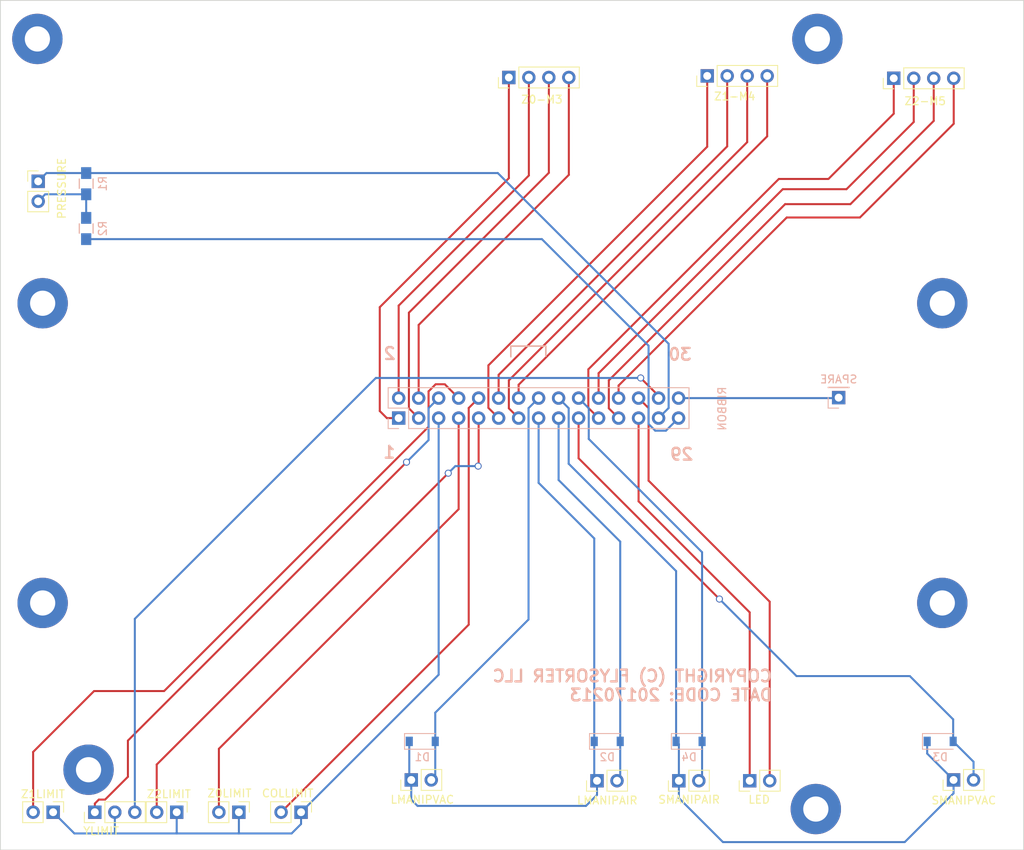
<source format=kicad_pcb>
(kicad_pcb (version 4) (host pcbnew "(2015-01-16 BZR 5376)-product")
  (layers (0 F.Cu signal) (31 B.Cu signal) (34 B.Paste user) (35 F.Paste user) (36 B.SilkS user) (37 F.SilkS user) (38 B.Mask user) (39 F.Mask user) (44 Edge.Cuts user))
  (net 0 "")
  (net 1 /SwitchGrounds)
  (net 2 /YLimit)
  (net 3 /Z0Stepper0)
  (net 4 /Z0Stepper1)
  (net 5 /Z0Stepper2)
  (net 6 /Z0Stepper3)
  (net 7 /LManipGrounds)
  (net 8 /LManipVac)
  (net 9 /Z0Limit)
  (net 10 /Z1Limit)
  (net 11 /Z2Limit)
  (net 12 /CollisionLimit)
  (net 13 /Z1Stepper0)
  (net 14 /Z1Stepper1)
  (net 15 /Z1Stepper2)
  (net 16 /Z1Stepper3)
  (net 17 /LManipAir)
  (net 18 /SManipGrounds)
  (net 19 /SManipVac)
  (net 20 /SManipAir)
  (net 21 /Z2Stepper0)
  (net 22 /Z2Stepper1)
  (net 23 /Z2Stepper2)
  (net 24 /Z2Stepper3)
  (net 25 /LEDGND)
  (net 26 /LEDVCC)
  (net 27 /PressureGND)
  (net 28 /PressureVCC)
  (net 29 /PressureSignal)
  (net 30 "Net-(P14-Pad1)")
  (net 31 "Net-(P17-Pad1)")
  (net 32 "Net-(P18-Pad1)")
  (net 33 "Net-(P19-Pad1)")
  (net 34 "Net-(P20-Pad1)")
  (net 35 "Net-(P11-Pad2)")
  (net 36 "Net-(P21-Pad1)")
  (net 37 "Net-(P22-Pad1)")
  (net 38 "Net-(P23-Pad1)")
  (net 39 "Net-(P24-Pad1)")
  (module Socket_Strips:Socket_Strip_Straight_1x03_Pitch2.54mm (layer F.Cu) (at 46 128.2 90)
    (fp_text reference P1 hide)
    (fp_text value YLIMIT (at -2.4 0.8 180) (layer F.SilkS))
    (fp_line (start -1.33 1.27) (end -1.33 6.41) (layer F.SilkS) (width 0.12))
    (fp_line (start -1.33 6.41) (end 1.33 6.41) (layer F.SilkS) (width 0.12))
    (fp_line (start 1.33 6.41) (end 1.33 1.27) (layer F.SilkS) (width 0.12))
    (fp_line (start 1.33 1.27) (end -1.33 1.27) (layer F.SilkS) (width 0.12))
    (fp_line (start -1.33 0) (end -1.33 -1.33) (layer F.SilkS) (width 0.12))
    (fp_line (start -1.33 -1.33) (end 0 -1.33) (layer F.SilkS) (width 0.12))
    (pad 1 thru_hole rect (at 0 0 90) (size 1.7 1.7) (drill 1) (layers *.Cu *.Mask) (net 2 /YLimit))
    (pad 2 thru_hole oval (at 0 2.54 90) (size 1.7 1.7) (drill 1) (layers *.Cu *.Mask) (net 1 /SwitchGrounds))
    (pad 3 thru_hole oval (at 0 5.08 90) (size 1.7 1.7) (drill 1) (layers *.Cu *.Mask) (net 28 /PressureVCC))
  )
  (module Socket_Strips:Socket_Strip_Straight_1x04_Pitch2.54mm (layer F.Cu) (at 98.6 34.8 90)
    (fp_text reference P2 hide)
    (fp_text value Z0-M3 (at -2.8 4.2 180) (layer F.SilkS))
    (fp_line (start -1.33 1.27) (end -1.33 8.95) (layer F.SilkS) (width 0.12))
    (fp_line (start -1.33 8.95) (end 1.33 8.95) (layer F.SilkS) (width 0.12))
    (fp_line (start 1.33 8.95) (end 1.33 1.27) (layer F.SilkS) (width 0.12))
    (fp_line (start 1.33 1.27) (end -1.33 1.27) (layer F.SilkS) (width 0.12))
    (fp_line (start -1.33 0) (end -1.33 -1.33) (layer F.SilkS) (width 0.12))
    (fp_line (start -1.33 -1.33) (end 0 -1.33) (layer F.SilkS) (width 0.12))
    (pad 1 thru_hole rect (at 0 0 90) (size 1.7 1.7) (drill 1) (layers *.Cu *.Mask) (net 3 /Z0Stepper0))
    (pad 2 thru_hole oval (at 0 2.54 90) (size 1.7 1.7) (drill 1) (layers *.Cu *.Mask) (net 4 /Z0Stepper1))
    (pad 3 thru_hole oval (at 0 5.08 90) (size 1.7 1.7) (drill 1) (layers *.Cu *.Mask) (net 5 /Z0Stepper2))
    (pad 4 thru_hole oval (at 0 7.62 90) (size 1.7 1.7) (drill 1) (layers *.Cu *.Mask) (net 6 /Z0Stepper3))
  )
  (module Socket_Strips:Socket_Strip_Straight_1x02_Pitch2.54mm (layer F.Cu) (at 86.2 124.1 90)
    (fp_text reference P3 hide)
    (fp_text value LMANIPVAC (at -2.5 1.4 180) (layer F.SilkS))
    (fp_line (start -1.33 1.27) (end -1.33 3.87) (layer F.SilkS) (width 0.12))
    (fp_line (start -1.33 3.87) (end 1.33 3.87) (layer F.SilkS) (width 0.12))
    (fp_line (start 1.33 3.87) (end 1.33 1.27) (layer F.SilkS) (width 0.12))
    (fp_line (start 1.33 1.27) (end -1.33 1.27) (layer F.SilkS) (width 0.12))
    (fp_line (start -1.33 0) (end -1.33 -1.33) (layer F.SilkS) (width 0.12))
    (fp_line (start -1.33 -1.33) (end 0 -1.33) (layer F.SilkS) (width 0.12))
    (pad 1 thru_hole rect (at 0 0 90) (size 1.7 1.7) (drill 1) (layers *.Cu *.Mask) (net 7 /LManipGrounds))
    (pad 2 thru_hole oval (at 0 2.54 90) (size 1.7 1.7) (drill 1) (layers *.Cu *.Mask) (net 8 /LManipVac))
  )
  (module Socket_Strips:Socket_Strip_Straight_1x02_Pitch2.54mm (layer F.Cu) (at 64.3 128.2 270)
    (fp_text reference P4 hide)
    (fp_text value Z0LIMIT (at -2.4 1.2 360) (layer F.SilkS))
    (fp_line (start -1.33 1.27) (end -1.33 3.87) (layer F.SilkS) (width 0.12))
    (fp_line (start -1.33 3.87) (end 1.33 3.87) (layer F.SilkS) (width 0.12))
    (fp_line (start 1.33 3.87) (end 1.33 1.27) (layer F.SilkS) (width 0.12))
    (fp_line (start 1.33 1.27) (end -1.33 1.27) (layer F.SilkS) (width 0.12))
    (fp_line (start -1.33 0) (end -1.33 -1.33) (layer F.SilkS) (width 0.12))
    (fp_line (start -1.33 -1.33) (end 0 -1.33) (layer F.SilkS) (width 0.12))
    (pad 1 thru_hole rect (at 0 0 270) (size 1.7 1.7) (drill 1) (layers *.Cu *.Mask) (net 1 /SwitchGrounds))
    (pad 2 thru_hole oval (at 0 2.54 270) (size 1.7 1.7) (drill 1) (layers *.Cu *.Mask) (net 9 /Z0Limit))
  )
  (module Socket_Strips:Socket_Strip_Straight_2x15_Pitch2.54mm (layer B.Cu) (at 84.6 78.1 270)
    (fp_text reference P5 hide)
    (fp_text value RIBBON (at -1.2 -41.1 270) (layer B.SilkS) (effects (justify mirror)))
    (fp_line (start 1.33 -1.27) (end 1.33 -36.89) (layer B.SilkS) (width 0.12))
    (fp_line (start 1.33 -36.89) (end -3.87 -36.89) (layer B.SilkS) (width 0.12))
    (fp_line (start -3.87 -36.89) (end -3.87 1.33) (layer B.SilkS) (width 0.12))
    (fp_line (start -3.87 1.33) (end -1.27 1.33) (layer B.SilkS) (width 0.12))
    (fp_line (start -1.27 1.33) (end -1.27 -1.27) (layer B.SilkS) (width 0.12))
    (fp_line (start -1.27 -1.27) (end 1.33 -1.27) (layer B.SilkS) (width 0.12))
    (fp_line (start 1.33 0) (end 1.33 1.33) (layer B.SilkS) (width 0.12))
    (fp_line (start 1.33 1.33) (end 0.06 1.33) (layer B.SilkS) (width 0.12))
    (pad 1 thru_hole rect (at 0 0 270) (size 1.7 1.7) (drill 1) (layers *.Cu *.Mask) (net 3 /Z0Stepper0))
    (pad 2 thru_hole oval (at -2.54 0 270) (size 1.7 1.7) (drill 1) (layers *.Cu *.Mask) (net 4 /Z0Stepper1))
    (pad 3 thru_hole oval (at 0 -2.54 270) (size 1.7 1.7) (drill 1) (layers *.Cu *.Mask) (net 5 /Z0Stepper2))
    (pad 4 thru_hole oval (at -2.54 -2.54 270) (size 1.7 1.7) (drill 1) (layers *.Cu *.Mask) (net 6 /Z0Stepper3))
    (pad 5 thru_hole oval (at 0 -5.08 270) (size 1.7 1.7) (drill 1) (layers *.Cu *.Mask) (net 1 /SwitchGrounds))
    (pad 6 thru_hole oval (at -2.54 -5.08 270) (size 1.7 1.7) (drill 1) (layers *.Cu *.Mask) (net 2 /YLimit))
    (pad 7 thru_hole oval (at 0 -7.62 270) (size 1.7 1.7) (drill 1) (layers *.Cu *.Mask) (net 9 /Z0Limit))
    (pad 8 thru_hole oval (at -2.54 -7.62 270) (size 1.7 1.7) (drill 1) (layers *.Cu *.Mask) (net 10 /Z1Limit))
    (pad 9 thru_hole oval (at 0 -10.16 270) (size 1.7 1.7) (drill 1) (layers *.Cu *.Mask) (net 11 /Z2Limit))
    (pad 10 thru_hole oval (at -2.54 -10.16 270) (size 1.7 1.7) (drill 1) (layers *.Cu *.Mask) (net 12 /CollisionLimit))
    (pad 11 thru_hole oval (at 0 -12.7 270) (size 1.7 1.7) (drill 1) (layers *.Cu *.Mask) (net 13 /Z1Stepper0))
    (pad 12 thru_hole oval (at -2.54 -12.7 270) (size 1.7 1.7) (drill 1) (layers *.Cu *.Mask) (net 14 /Z1Stepper1))
    (pad 13 thru_hole oval (at 0 -15.24 270) (size 1.7 1.7) (drill 1) (layers *.Cu *.Mask) (net 15 /Z1Stepper2))
    (pad 14 thru_hole oval (at -2.54 -15.24 270) (size 1.7 1.7) (drill 1) (layers *.Cu *.Mask) (net 16 /Z1Stepper3))
    (pad 15 thru_hole oval (at 0 -17.78 270) (size 1.7 1.7) (drill 1) (layers *.Cu *.Mask) (net 7 /LManipGrounds))
    (pad 16 thru_hole oval (at -2.54 -17.78 270) (size 1.7 1.7) (drill 1) (layers *.Cu *.Mask) (net 8 /LManipVac))
    (pad 17 thru_hole oval (at 0 -20.32 270) (size 1.7 1.7) (drill 1) (layers *.Cu *.Mask) (net 17 /LManipAir))
    (pad 18 thru_hole oval (at -2.54 -20.32 270) (size 1.7 1.7) (drill 1) (layers *.Cu *.Mask) (net 18 /SManipGrounds))
    (pad 19 thru_hole oval (at 0 -22.86 270) (size 1.7 1.7) (drill 1) (layers *.Cu *.Mask) (net 19 /SManipVac))
    (pad 20 thru_hole oval (at -2.54 -22.86 270) (size 1.7 1.7) (drill 1) (layers *.Cu *.Mask) (net 20 /SManipAir))
    (pad 21 thru_hole oval (at 0 -25.4 270) (size 1.7 1.7) (drill 1) (layers *.Cu *.Mask) (net 21 /Z2Stepper0))
    (pad 22 thru_hole oval (at -2.54 -25.4 270) (size 1.7 1.7) (drill 1) (layers *.Cu *.Mask) (net 22 /Z2Stepper1))
    (pad 23 thru_hole oval (at 0 -27.94 270) (size 1.7 1.7) (drill 1) (layers *.Cu *.Mask) (net 23 /Z2Stepper2))
    (pad 24 thru_hole oval (at -2.54 -27.94 270) (size 1.7 1.7) (drill 1) (layers *.Cu *.Mask) (net 24 /Z2Stepper3))
    (pad 25 thru_hole oval (at 0 -30.48 270) (size 1.7 1.7) (drill 1) (layers *.Cu *.Mask) (net 25 /LEDGND))
    (pad 26 thru_hole oval (at -2.54 -30.48 270) (size 1.7 1.7) (drill 1) (layers *.Cu *.Mask) (net 26 /LEDVCC))
    (pad 27 thru_hole oval (at 0 -33.02 270) (size 1.7 1.7) (drill 1) (layers *.Cu *.Mask) (net 27 /PressureGND))
    (pad 28 thru_hole oval (at -2.54 -33.02 270) (size 1.7 1.7) (drill 1) (layers *.Cu *.Mask) (net 28 /PressureVCC))
    (pad 29 thru_hole oval (at 0 -35.56 270) (size 1.7 1.7) (drill 1) (layers *.Cu *.Mask) (net 29 /PressureSignal))
    (pad 30 thru_hole oval (at -2.54 -35.56 270) (size 1.7 1.7) (drill 1) (layers *.Cu *.Mask) (net 30 "Net-(P14-Pad1)"))
  )
  (module Socket_Strips:Socket_Strip_Straight_1x04_Pitch2.54mm (layer F.Cu) (at 123.8 34.6 90)
    (fp_text reference P6 hide)
    (fp_text value Z1-M4 (at -2.6 3.5 180) (layer F.SilkS))
    (fp_line (start -1.33 1.27) (end -1.33 8.95) (layer F.SilkS) (width 0.12))
    (fp_line (start -1.33 8.95) (end 1.33 8.95) (layer F.SilkS) (width 0.12))
    (fp_line (start 1.33 8.95) (end 1.33 1.27) (layer F.SilkS) (width 0.12))
    (fp_line (start 1.33 1.27) (end -1.33 1.27) (layer F.SilkS) (width 0.12))
    (fp_line (start -1.33 0) (end -1.33 -1.33) (layer F.SilkS) (width 0.12))
    (fp_line (start -1.33 -1.33) (end 0 -1.33) (layer F.SilkS) (width 0.12))
    (pad 1 thru_hole rect (at 0 0 90) (size 1.7 1.7) (drill 1) (layers *.Cu *.Mask) (net 13 /Z1Stepper0))
    (pad 2 thru_hole oval (at 0 2.54 90) (size 1.7 1.7) (drill 1) (layers *.Cu *.Mask) (net 14 /Z1Stepper1))
    (pad 3 thru_hole oval (at 0 5.08 90) (size 1.7 1.7) (drill 1) (layers *.Cu *.Mask) (net 15 /Z1Stepper2))
    (pad 4 thru_hole oval (at 0 7.62 90) (size 1.7 1.7) (drill 1) (layers *.Cu *.Mask) (net 16 /Z1Stepper3))
  )
  (module Socket_Strips:Socket_Strip_Straight_1x02_Pitch2.54mm (layer F.Cu) (at 129.2 124.2 90)
    (fp_text reference P7 hide)
    (fp_text value LED (at -2.4 1.2 180) (layer F.SilkS))
    (fp_line (start -1.33 1.27) (end -1.33 3.87) (layer F.SilkS) (width 0.12))
    (fp_line (start -1.33 3.87) (end 1.33 3.87) (layer F.SilkS) (width 0.12))
    (fp_line (start 1.33 3.87) (end 1.33 1.27) (layer F.SilkS) (width 0.12))
    (fp_line (start 1.33 1.27) (end -1.33 1.27) (layer F.SilkS) (width 0.12))
    (fp_line (start -1.33 0) (end -1.33 -1.33) (layer F.SilkS) (width 0.12))
    (fp_line (start -1.33 -1.33) (end 0 -1.33) (layer F.SilkS) (width 0.12))
    (pad 1 thru_hole rect (at 0 0 90) (size 1.7 1.7) (drill 1) (layers *.Cu *.Mask) (net 25 /LEDGND))
    (pad 2 thru_hole oval (at 0 2.54 90) (size 1.7 1.7) (drill 1) (layers *.Cu *.Mask) (net 26 /LEDVCC))
  )
  (module Socket_Strips:Socket_Strip_Straight_1x02_Pitch2.54mm (layer F.Cu) (at 109.8 124.2 90)
    (fp_text reference P8 hide)
    (fp_text value LMANIPAIR (at -2.5 1.3 180) (layer F.SilkS))
    (fp_line (start -1.33 1.27) (end -1.33 3.87) (layer F.SilkS) (width 0.12))
    (fp_line (start -1.33 3.87) (end 1.33 3.87) (layer F.SilkS) (width 0.12))
    (fp_line (start 1.33 3.87) (end 1.33 1.27) (layer F.SilkS) (width 0.12))
    (fp_line (start 1.33 1.27) (end -1.33 1.27) (layer F.SilkS) (width 0.12))
    (fp_line (start -1.33 0) (end -1.33 -1.33) (layer F.SilkS) (width 0.12))
    (fp_line (start -1.33 -1.33) (end 0 -1.33) (layer F.SilkS) (width 0.12))
    (pad 1 thru_hole rect (at 0 0 90) (size 1.7 1.7) (drill 1) (layers *.Cu *.Mask) (net 7 /LManipGrounds))
    (pad 2 thru_hole oval (at 0 2.54 90) (size 1.7 1.7) (drill 1) (layers *.Cu *.Mask) (net 17 /LManipAir))
  )
  (module Socket_Strips:Socket_Strip_Straight_1x02_Pitch2.54mm (layer F.Cu) (at 40.7 128.2 270)
    (fp_text reference P9 hide)
    (fp_text value Z1LIMIT (at -2.3 1.3 360) (layer F.SilkS))
    (fp_line (start -1.33 1.27) (end -1.33 3.87) (layer F.SilkS) (width 0.12))
    (fp_line (start -1.33 3.87) (end 1.33 3.87) (layer F.SilkS) (width 0.12))
    (fp_line (start 1.33 3.87) (end 1.33 1.27) (layer F.SilkS) (width 0.12))
    (fp_line (start 1.33 1.27) (end -1.33 1.27) (layer F.SilkS) (width 0.12))
    (fp_line (start -1.33 0) (end -1.33 -1.33) (layer F.SilkS) (width 0.12))
    (fp_line (start -1.33 -1.33) (end 0 -1.33) (layer F.SilkS) (width 0.12))
    (pad 1 thru_hole rect (at 0 0 270) (size 1.7 1.7) (drill 1) (layers *.Cu *.Mask) (net 1 /SwitchGrounds))
    (pad 2 thru_hole oval (at 0 2.54 270) (size 1.7 1.7) (drill 1) (layers *.Cu *.Mask) (net 10 /Z1Limit))
  )
  (module Socket_Strips:Socket_Strip_Straight_1x02_Pitch2.54mm (layer F.Cu) (at 155.1 124.1 90)
    (fp_text reference P10 hide)
    (fp_text value SMANIPVAC (at -2.6 1.3 180) (layer F.SilkS))
    (fp_line (start -1.33 1.27) (end -1.33 3.87) (layer F.SilkS) (width 0.12))
    (fp_line (start -1.33 3.87) (end 1.33 3.87) (layer F.SilkS) (width 0.12))
    (fp_line (start 1.33 3.87) (end 1.33 1.27) (layer F.SilkS) (width 0.12))
    (fp_line (start 1.33 1.27) (end -1.33 1.27) (layer F.SilkS) (width 0.12))
    (fp_line (start -1.33 0) (end -1.33 -1.33) (layer F.SilkS) (width 0.12))
    (fp_line (start -1.33 -1.33) (end 0 -1.33) (layer F.SilkS) (width 0.12))
    (pad 1 thru_hole rect (at 0 0 90) (size 1.7 1.7) (drill 1) (layers *.Cu *.Mask) (net 18 /SManipGrounds))
    (pad 2 thru_hole oval (at 0 2.54 90) (size 1.7 1.7) (drill 1) (layers *.Cu *.Mask) (net 19 /SManipVac))
  )
  (module Socket_Strips:Socket_Strip_Straight_1x02_Pitch2.54mm (layer F.Cu) (at 38.8 48)
    (fp_text reference P11 hide)
    (fp_text value PRESSURE (at 3 0.9 90) (layer F.SilkS))
    (fp_line (start -1.33 1.27) (end -1.33 3.87) (layer F.SilkS) (width 0.12))
    (fp_line (start -1.33 3.87) (end 1.33 3.87) (layer F.SilkS) (width 0.12))
    (fp_line (start 1.33 3.87) (end 1.33 1.27) (layer F.SilkS) (width 0.12))
    (fp_line (start 1.33 1.27) (end -1.33 1.27) (layer F.SilkS) (width 0.12))
    (fp_line (start -1.33 0) (end -1.33 -1.33) (layer F.SilkS) (width 0.12))
    (fp_line (start -1.33 -1.33) (end 0 -1.33) (layer F.SilkS) (width 0.12))
    (pad 1 thru_hole rect (at 0 0) (size 1.7 1.7) (drill 1) (layers *.Cu *.Mask) (net 27 /PressureGND))
    (pad 2 thru_hole oval (at 0 2.54) (size 1.7 1.7) (drill 1) (layers *.Cu *.Mask) (net 35 "Net-(P11-Pad2)"))
  )
  (module Socket_Strips:Socket_Strip_Straight_1x04_Pitch2.54mm (layer F.Cu) (at 147.5 34.9 90)
    (fp_text reference P12 hide)
    (fp_text value Z2-M5 (at -2.9 4 180) (layer F.SilkS))
    (fp_line (start -1.33 1.27) (end -1.33 8.95) (layer F.SilkS) (width 0.12))
    (fp_line (start -1.33 8.95) (end 1.33 8.95) (layer F.SilkS) (width 0.12))
    (fp_line (start 1.33 8.95) (end 1.33 1.27) (layer F.SilkS) (width 0.12))
    (fp_line (start 1.33 1.27) (end -1.33 1.27) (layer F.SilkS) (width 0.12))
    (fp_line (start -1.33 0) (end -1.33 -1.33) (layer F.SilkS) (width 0.12))
    (fp_line (start -1.33 -1.33) (end 0 -1.33) (layer F.SilkS) (width 0.12))
    (pad 1 thru_hole rect (at 0 0 90) (size 1.7 1.7) (drill 1) (layers *.Cu *.Mask) (net 21 /Z2Stepper0))
    (pad 2 thru_hole oval (at 0 2.54 90) (size 1.7 1.7) (drill 1) (layers *.Cu *.Mask) (net 22 /Z2Stepper1))
    (pad 3 thru_hole oval (at 0 5.08 90) (size 1.7 1.7) (drill 1) (layers *.Cu *.Mask) (net 23 /Z2Stepper2))
    (pad 4 thru_hole oval (at 0 7.62 90) (size 1.7 1.7) (drill 1) (layers *.Cu *.Mask) (net 24 /Z2Stepper3))
  )
  (module Socket_Strips:Socket_Strip_Straight_1x02_Pitch2.54mm (layer F.Cu) (at 56.4 128.2 270)
    (fp_text reference P13 hide)
    (fp_text value Z2LIMIT (at -2.3 1 360) (layer F.SilkS))
    (fp_line (start -1.33 1.27) (end -1.33 3.87) (layer F.SilkS) (width 0.12))
    (fp_line (start -1.33 3.87) (end 1.33 3.87) (layer F.SilkS) (width 0.12))
    (fp_line (start 1.33 3.87) (end 1.33 1.27) (layer F.SilkS) (width 0.12))
    (fp_line (start 1.33 1.27) (end -1.33 1.27) (layer F.SilkS) (width 0.12))
    (fp_line (start -1.33 0) (end -1.33 -1.33) (layer F.SilkS) (width 0.12))
    (fp_line (start -1.33 -1.33) (end 0 -1.33) (layer F.SilkS) (width 0.12))
    (pad 1 thru_hole rect (at 0 0 270) (size 1.7 1.7) (drill 1) (layers *.Cu *.Mask) (net 1 /SwitchGrounds))
    (pad 2 thru_hole oval (at 0 2.54 270) (size 1.7 1.7) (drill 1) (layers *.Cu *.Mask) (net 11 /Z2Limit))
  )
  (module Socket_Strips:Socket_Strip_Straight_1x01_Pitch2.54mm (layer B.Cu) (at 140.5 75.5)
    (fp_text reference P14 hide)
    (fp_text value SPARE (at 0 -2.33) (layer B.SilkS) (effects (justify mirror)))
    (fp_line (start -1.33 -1.27) (end -1.33 -1.33) (layer B.SilkS) (width 0.12))
    (fp_line (start -1.33 -1.33) (end 1.33 -1.33) (layer B.SilkS) (width 0.12))
    (fp_line (start 1.33 -1.33) (end 1.33 -1.27) (layer B.SilkS) (width 0.12))
    (fp_line (start 1.33 -1.27) (end -1.33 -1.27) (layer B.SilkS) (width 0.12))
    (fp_line (start -1.33 0) (end -1.33 1.33) (layer B.SilkS) (width 0.12))
    (fp_line (start -1.33 1.33) (end 0 1.33) (layer B.SilkS) (width 0.12))
    (pad 1 thru_hole rect (at 0 0) (size 1.7 1.7) (drill 1) (layers *.Cu *.Mask) (net 30 "Net-(P14-Pad1)"))
  )
  (module Socket_Strips:Socket_Strip_Straight_1x02_Pitch2.54mm (layer F.Cu) (at 120.2 124.2 90)
    (fp_text reference P15 hide)
    (fp_text value SMANIPAIR (at -2.4 1.3 180) (layer F.SilkS))
    (fp_line (start -1.33 1.27) (end -1.33 3.87) (layer F.SilkS) (width 0.12))
    (fp_line (start -1.33 3.87) (end 1.33 3.87) (layer F.SilkS) (width 0.12))
    (fp_line (start 1.33 3.87) (end 1.33 1.27) (layer F.SilkS) (width 0.12))
    (fp_line (start 1.33 1.27) (end -1.33 1.27) (layer F.SilkS) (width 0.12))
    (fp_line (start -1.33 0) (end -1.33 -1.33) (layer F.SilkS) (width 0.12))
    (fp_line (start -1.33 -1.33) (end 0 -1.33) (layer F.SilkS) (width 0.12))
    (pad 1 thru_hole rect (at 0 0 90) (size 1.7 1.7) (drill 1) (layers *.Cu *.Mask) (net 18 /SManipGrounds))
    (pad 2 thru_hole oval (at 0 2.54 90) (size 1.7 1.7) (drill 1) (layers *.Cu *.Mask) (net 20 /SManipAir))
  )
  (module Socket_Strips:Socket_Strip_Straight_1x02_Pitch2.54mm (layer F.Cu) (at 72.2 128.2 270)
    (fp_text reference P16 hide)
    (fp_text value COLLIMIT (at -2.4 1.7 360) (layer F.SilkS))
    (fp_line (start -1.33 1.27) (end -1.33 3.87) (layer F.SilkS) (width 0.12))
    (fp_line (start -1.33 3.87) (end 1.33 3.87) (layer F.SilkS) (width 0.12))
    (fp_line (start 1.33 3.87) (end 1.33 1.27) (layer F.SilkS) (width 0.12))
    (fp_line (start 1.33 1.27) (end -1.33 1.27) (layer F.SilkS) (width 0.12))
    (fp_line (start -1.33 0) (end -1.33 -1.33) (layer F.SilkS) (width 0.12))
    (fp_line (start -1.33 -1.33) (end 0 -1.33) (layer F.SilkS) (width 0.12))
    (pad 1 thru_hole rect (at 0 0 270) (size 1.7 1.7) (drill 1) (layers *.Cu *.Mask) (net 1 /SwitchGrounds))
    (pad 2 thru_hole oval (at 0 2.54 270) (size 1.7 1.7) (drill 1) (layers *.Cu *.Mask) (net 12 /CollisionLimit))
  )
  (module Mounting_Holes:MountingHole_3.2mm_M3_Pad (layer F.Cu) (at 38.7 29.9)
    (fp_text reference P17 hide)
    (fp_text value MOUNT hide)
    (pad 1 thru_hole circle (at 0 0) (size 6.4 6.4) (drill 3.2) (layers *.Cu *.Mask) (net 31 "Net-(P17-Pad1)"))
  )
  (module Mounting_Holes:MountingHole_3.2mm_M3_Pad (layer F.Cu) (at 137.8 29.9)
    (fp_text reference P18 hide)
    (fp_text value MOUNT hide)
    (pad 1 thru_hole circle (at 0 0) (size 6.4 6.4) (drill 3.2) (layers *.Cu *.Mask) (net 32 "Net-(P18-Pad1)"))
  )
  (module Mounting_Holes:MountingHole_3.2mm_M3_Pad (layer F.Cu) (at 45.2 122.8)
    (fp_text reference P19 hide)
    (fp_text value MOUNT hide)
    (pad 1 thru_hole circle (at 0 0) (size 6.4 6.4) (drill 3.2) (layers *.Cu *.Mask) (net 33 "Net-(P19-Pad1)"))
  )
  (module Mounting_Holes:MountingHole_3.2mm_M3_Pad (layer F.Cu) (at 137.6 127.8)
    (fp_text reference P20 hide)
    (fp_text value MOUNT hide)
    (pad 1 thru_hole circle (at 0 0) (size 6.4 6.4) (drill 3.2) (layers *.Cu *.Mask) (net 34 "Net-(P20-Pad1)"))
  )
  (module Resistors_SMD:R_0805_HandSoldering (layer B.Cu) (at 44.9 48.3 90)
    (fp_text reference R1 (at 0 2.1 90) (layer B.SilkS) (effects (justify mirror)))
    (fp_text value R hide)
    (fp_line (start 0.6 -0.875) (end -0.6 -0.875) (layer B.SilkS) (width 0.15))
    (fp_line (start -0.6 0.875) (end 0.6 0.875) (layer B.SilkS) (width 0.15))
    (pad 1 smd rect (at -1.35 0 90) (size 1.5 1.3) (layers B.Cu B.Paste B.Mask) (net 35 "Net-(P11-Pad2)"))
    (pad 2 smd rect (at 1.35 0 90) (size 1.5 1.3) (layers B.Cu B.Paste B.Mask) (net 27 /PressureGND))
  )
  (module Resistors_SMD:R_0805_HandSoldering (layer B.Cu) (at 44.9 54 90)
    (fp_text reference R2 (at 0 2.1 90) (layer B.SilkS) (effects (justify mirror)))
    (fp_text value R hide)
    (fp_line (start 0.6 -0.875) (end -0.6 -0.875) (layer B.SilkS) (width 0.15))
    (fp_line (start -0.6 0.875) (end 0.6 0.875) (layer B.SilkS) (width 0.15))
    (pad 1 smd rect (at -1.35 0 90) (size 1.5 1.3) (layers B.Cu B.Paste B.Mask) (net 29 /PressureSignal))
    (pad 2 smd rect (at 1.35 0 90) (size 1.5 1.3) (layers B.Cu B.Paste B.Mask) (net 35 "Net-(P11-Pad2)"))
  )
  (module Diodes_SMD:D_SOD-123 (layer B.Cu) (at 87.6 119.2)
    (fp_text reference D1 (at 0 2) (layer B.SilkS) (effects (justify mirror)))
    (fp_text value DIODE hide)
    (fp_line (start -2.25 1) (end -2.25 -1) (layer B.SilkS) (width 0.12))
    (fp_line (start -2.25 -1) (end 1.65 -1) (layer B.SilkS) (width 0.12))
    (fp_line (start -2.25 1) (end 1.65 1) (layer B.SilkS) (width 0.12))
    (pad 1 smd rect (at -1.65 0) (size 0.9 1.2) (layers B.Cu B.Paste B.Mask) (net 7 /LManipGrounds))
    (pad 2 smd rect (at 1.65 0) (size 0.9 1.2) (layers B.Cu B.Paste B.Mask) (net 8 /LManipVac))
  )
  (module Diodes_SMD:D_SOD-123 (layer B.Cu) (at 111.1 119.2)
    (fp_text reference D2 (at 0 2) (layer B.SilkS) (effects (justify mirror)))
    (fp_text value DIODE hide)
    (fp_line (start -2.25 1) (end -2.25 -1) (layer B.SilkS) (width 0.12))
    (fp_line (start -2.25 -1) (end 1.65 -1) (layer B.SilkS) (width 0.12))
    (fp_line (start -2.25 1) (end 1.65 1) (layer B.SilkS) (width 0.12))
    (pad 1 smd rect (at -1.65 0) (size 0.9 1.2) (layers B.Cu B.Paste B.Mask) (net 7 /LManipGrounds))
    (pad 2 smd rect (at 1.65 0) (size 0.9 1.2) (layers B.Cu B.Paste B.Mask) (net 17 /LManipAir))
  )
  (module Diodes_SMD:D_SOD-123 (layer B.Cu) (at 153.4 119.2)
    (fp_text reference D3 (at 0 2) (layer B.SilkS) (effects (justify mirror)))
    (fp_text value DIODE hide)
    (fp_line (start -2.25 1) (end -2.25 -1) (layer B.SilkS) (width 0.12))
    (fp_line (start -2.25 -1) (end 1.65 -1) (layer B.SilkS) (width 0.12))
    (fp_line (start -2.25 1) (end 1.65 1) (layer B.SilkS) (width 0.12))
    (pad 1 smd rect (at -1.65 0) (size 0.9 1.2) (layers B.Cu B.Paste B.Mask) (net 18 /SManipGrounds))
    (pad 2 smd rect (at 1.65 0) (size 0.9 1.2) (layers B.Cu B.Paste B.Mask) (net 19 /SManipVac))
  )
  (module Diodes_SMD:D_SOD-123 (layer B.Cu) (at 121.5 119.2)
    (fp_text reference D4 (at 0 2) (layer B.SilkS) (effects (justify mirror)))
    (fp_text value DIODE hide)
    (fp_line (start -2.25 1) (end -2.25 -1) (layer B.SilkS) (width 0.12))
    (fp_line (start -2.25 -1) (end 1.65 -1) (layer B.SilkS) (width 0.12))
    (fp_line (start -2.25 1) (end 1.65 1) (layer B.SilkS) (width 0.12))
    (pad 1 smd rect (at -1.65 0) (size 0.9 1.2) (layers B.Cu B.Paste B.Mask) (net 18 /SManipGrounds))
    (pad 2 smd rect (at 1.65 0) (size 0.9 1.2) (layers B.Cu B.Paste B.Mask) (net 20 /SManipAir))
  )
  (module Mounting_Holes:MountingHole_3.2mm_M3_Pad (layer F.Cu) (at 39.37 63.5)
    (fp_text reference P21 hide)
    (fp_text value MOUNT hide)
    (pad 1 thru_hole circle (at 0 0) (size 6.4 6.4) (drill 3.2) (layers *.Cu *.Mask) (net 36 "Net-(P21-Pad1)"))
  )
  (module Mounting_Holes:MountingHole_3.2mm_M3_Pad (layer F.Cu) (at 39.37 101.6)
    (fp_text reference P22 hide)
    (fp_text value MOUNT hide)
    (pad 1 thru_hole circle (at 0 0) (size 6.4 6.4) (drill 3.2) (layers *.Cu *.Mask) (net 37 "Net-(P22-Pad1)"))
  )
  (module Mounting_Holes:MountingHole_3.2mm_M3_Pad (layer F.Cu) (at 153.67 63.5)
    (fp_text reference P23 hide)
    (fp_text value MOUNT hide)
    (pad 1 thru_hole circle (at 0 0) (size 6.4 6.4) (drill 3.2) (layers *.Cu *.Mask) (net 38 "Net-(P23-Pad1)"))
  )
  (module Mounting_Holes:MountingHole_3.2mm_M3_Pad (layer F.Cu) (at 153.67 101.6)
    (fp_text reference P24 hide)
    (fp_text value MOUNT hide)
    (pad 1 thru_hole circle (at 0 0) (size 6.4 6.4) (drill 3.2) (layers *.Cu *.Mask) (net 39 "Net-(P24-Pad1)"))
  )
  (gr_line (start 34 133) (end 34 25) (angle 90) (layer Edge.Cuts) (width 0.1))
  (gr_line (start 103.3 68.95) (end 103.3 70.2) (angle 90) (layer B.SilkS) (width 0.2))
  (gr_line (start 98.85 68.95) (end 103.3 68.95) (angle 90) (layer B.SilkS) (width 0.2))
  (gr_line (start 98.85 70.3) (end 98.85 68.95) (angle 90) (layer B.SilkS) (width 0.2))
  (gr_text 30 (at 120.35 70) (layer B.SilkS) (effects (font (size 1.5 1.5) (thickness 0.3)) (justify mirror)))
  (gr_text 29 (at 120.55 82.7) (layer B.SilkS) (effects (font (size 1.5 1.5) (thickness 0.3)) (justify mirror)))
  (gr_text 2 (at 83.45 69.9) (layer B.SilkS) (effects (font (size 1.5 1.5) (thickness 0.3)) (justify mirror)))
  (gr_text 1 (at 83.4 82.45) (layer B.SilkS) (effects (font (size 1.5 1.5) (thickness 0.3)) (justify mirror)))
  (gr_line (start 164 133) (end 34 133) (angle 90) (layer Edge.Cuts) (width 0.1))
  (gr_line (start 164 25) (end 164 133) (angle 90) (layer Edge.Cuts) (width 0.1))
  (gr_line (start 34 25) (end 164 25) (angle 90) (layer Edge.Cuts) (width 0.1))
  (gr_text "COPYRIGHT (C) FLYSORTER LLC\nDATE CODE: 20170213" (at 132.2 112.1) (layer B.SilkS) (effects (font (size 1.5 1.5) (thickness 0.3)) (justify left mirror)))
  (segment (start 72.2 128.2) (end 89.68 110.72) (width 0.254) (layer B.Cu) (net 1))
  (segment (start 89.68 110.72) (end 89.68 78.1) (width 0.254) (layer B.Cu) (net 1))
  (segment (start 48.54 128.2) (end 48.54 130.9) (width 0.254) (layer B.Cu) (net 1))
  (segment (start 48.54 130.9) (end 48.5 130.9) (width 0.254) (layer B.Cu) (net 1))
  (segment (start 56.4 128.2) (end 56.4 130.9) (width 0.254) (layer B.Cu) (net 1))
  (segment (start 56.4 130.9) (end 56.4 130.8) (width 0.254) (layer B.Cu) (net 1))
  (segment (start 56.4 130.8) (end 56.4 130.9) (width 0.254) (layer B.Cu) (net 1))
  (segment (start 64.3 128.2) (end 64.3 130.9) (width 0.254) (layer B.Cu) (net 1))
  (segment (start 64.3 130.9) (end 64.3 130.8) (width 0.254) (layer B.Cu) (net 1))
  (segment (start 64.3 130.8) (end 64.3 130.9) (width 0.254) (layer B.Cu) (net 1))
  (segment (start 40.7 128.2) (end 43.4 130.9) (width 0.254) (layer B.Cu) (net 1))
  (segment (start 72.2 129.7) (end 72.2 128.2) (width 0.254) (layer B.Cu) (net 1))
  (segment (start 71 130.9) (end 72.2 129.7) (width 0.254) (layer B.Cu) (net 1))
  (segment (start 43.4 130.9) (end 48.5 130.9) (width 0.254) (layer B.Cu) (net 1))
  (segment (start 48.5 130.9) (end 56.4 130.9) (width 0.254) (layer B.Cu) (net 1))
  (segment (start 56.4 130.9) (end 64.3 130.9) (width 0.254) (layer B.Cu) (net 1))
  (segment (start 64.3 130.9) (end 71 130.9) (width 0.254) (layer B.Cu) (net 1))
  (segment (start 89.68 75.56) (end 88.4 76.84) (width 0.254) (layer B.Cu) (net 2))
  (segment (start 46 127.1) (end 46 128.2) (width 0.254) (layer F.Cu) (net 2))
  (segment (start 46.5 126.6) (end 46 127.1) (width 0.254) (layer F.Cu) (net 2))
  (segment (start 47.3 126.6) (end 46.5 126.6) (width 0.254) (layer F.Cu) (net 2))
  (segment (start 50.2 123.7) (end 47.3 126.6) (width 0.254) (layer F.Cu) (net 2))
  (segment (start 50.2 119.1) (end 50.2 123.7) (width 0.254) (layer F.Cu) (net 2))
  (segment (start 85.6 83.7) (end 50.2 119.1) (width 0.254) (layer F.Cu) (net 2))
  (via (at 85.6 83.7) (size 0.889) (layers F.Cu B.Cu) (net 2))
  (segment (start 88.4 80.9) (end 85.6 83.7) (width 0.254) (layer B.Cu) (net 2))
  (segment (start 88.4 76.84) (end 88.4 80.9) (width 0.254) (layer B.Cu) (net 2))
  (segment (start 84.6 78.1) (end 83.1 78.1) (width 0.254) (layer F.Cu) (net 3))
  (segment (start 98.6 47.6) (end 98.6 34.8) (width 0.254) (layer F.Cu) (net 3))
  (segment (start 82.2 64) (end 98.6 47.6) (width 0.254) (layer F.Cu) (net 3))
  (segment (start 82.2 77.2) (end 82.2 64) (width 0.254) (layer F.Cu) (net 3))
  (segment (start 83.1 78.1) (end 82.2 77.2) (width 0.254) (layer F.Cu) (net 3))
  (segment (start 84.6 75.56) (end 84.6 63.8) (width 0.254) (layer F.Cu) (net 4))
  (segment (start 101.14 47.26) (end 101.14 34.8) (width 0.254) (layer F.Cu) (net 4))
  (segment (start 84.6 63.8) (end 101.14 47.26) (width 0.254) (layer F.Cu) (net 4))
  (segment (start 87.14 78.1) (end 85.9 76.86) (width 0.254) (layer F.Cu) (net 5))
  (segment (start 103.68 46.92) (end 103.68 34.8) (width 0.254) (layer F.Cu) (net 5))
  (segment (start 85.9 64.7) (end 103.68 46.92) (width 0.254) (layer F.Cu) (net 5))
  (segment (start 85.9 76.86) (end 85.9 64.7) (width 0.254) (layer F.Cu) (net 5))
  (segment (start 87.14 75.56) (end 87.14 66.26) (width 0.254) (layer F.Cu) (net 6))
  (segment (start 106.22 47.18) (end 106.22 34.8) (width 0.254) (layer F.Cu) (net 6))
  (segment (start 87.14 66.26) (end 106.22 47.18) (width 0.254) (layer F.Cu) (net 6))
  (segment (start 102.38 78.1) (end 102.38 86.33) (width 0.254) (layer B.Cu) (net 7))
  (segment (start 109.45 93.4) (end 109.45 119.2) (width 0.254) (layer B.Cu) (net 7))
  (segment (start 102.38 86.33) (end 109.45 93.4) (width 0.254) (layer B.Cu) (net 7))
  (segment (start 86.2 124.1) (end 86.2 126.6) (width 0.254) (layer B.Cu) (net 7))
  (segment (start 109.8 126) (end 109.8 124.2) (width 0.254) (layer B.Cu) (net 7))
  (segment (start 108.4 127.4) (end 109.8 126) (width 0.254) (layer B.Cu) (net 7))
  (segment (start 87 127.4) (end 108.4 127.4) (width 0.254) (layer B.Cu) (net 7))
  (segment (start 86.2 126.6) (end 87 127.4) (width 0.254) (layer B.Cu) (net 7))
  (segment (start 86.2 124.1) (end 85.95 123.85) (width 0.254) (layer B.Cu) (net 7))
  (segment (start 85.95 123.85) (end 85.95 119.2) (width 0.254) (layer B.Cu) (net 7))
  (segment (start 109.8 124.2) (end 109.45 123.85) (width 0.254) (layer B.Cu) (net 7))
  (segment (start 109.45 123.85) (end 109.45 119.2) (width 0.254) (layer B.Cu) (net 7))
  (segment (start 102.38 75.56) (end 101.1 76.84) (width 0.254) (layer B.Cu) (net 8))
  (segment (start 89.25 115.55) (end 89.25 119.2) (width 0.254) (layer B.Cu) (net 8))
  (segment (start 101.1 103.7) (end 89.25 115.55) (width 0.254) (layer B.Cu) (net 8))
  (segment (start 101.1 76.84) (end 101.1 103.7) (width 0.254) (layer B.Cu) (net 8))
  (segment (start 88.74 124.1) (end 89.25 123.59) (width 0.254) (layer B.Cu) (net 8))
  (segment (start 89.25 123.59) (end 89.25 119.2) (width 0.254) (layer B.Cu) (net 8))
  (segment (start 92.22 78.1) (end 92.22 89.68) (width 0.254) (layer F.Cu) (net 9))
  (segment (start 61.76 120.14) (end 61.76 128.2) (width 0.254) (layer F.Cu) (net 9))
  (segment (start 92.22 89.68) (end 61.76 120.14) (width 0.254) (layer F.Cu) (net 9))
  (segment (start 92.22 75.56) (end 90.46 73.8) (width 0.254) (layer F.Cu) (net 10))
  (segment (start 38.16 120.54) (end 38.16 128.2) (width 0.254) (layer F.Cu) (net 10))
  (segment (start 45.9 112.8) (end 38.16 120.54) (width 0.254) (layer F.Cu) (net 10))
  (segment (start 54.8 112.8) (end 45.9 112.8) (width 0.254) (layer F.Cu) (net 10))
  (segment (start 88.4 79.2) (end 54.8 112.8) (width 0.254) (layer F.Cu) (net 10))
  (segment (start 88.4 74.7) (end 88.4 79.2) (width 0.254) (layer F.Cu) (net 10))
  (segment (start 89.3 73.8) (end 88.4 74.7) (width 0.254) (layer F.Cu) (net 10))
  (segment (start 90.46 73.8) (end 89.3 73.8) (width 0.254) (layer F.Cu) (net 10))
  (segment (start 53.86 128.2) (end 53.86 122.14) (width 0.254) (layer F.Cu) (net 11))
  (segment (start 94.76 84.14) (end 94.7 84.2) (width 0.254) (layer F.Cu) (net 11))
  (via (at 94.7 84.2) (size 0.889) (layers F.Cu B.Cu) (net 11))
  (segment (start 94.76 84.14) (end 94.76 78.1) (width 0.254) (layer F.Cu) (net 11))
  (segment (start 91.8 84.2) (end 94.7 84.2) (width 0.254) (layer B.Cu) (net 11))
  (segment (start 90.9 85.1) (end 91.8 84.2) (width 0.254) (layer B.Cu) (net 11))
  (via (at 90.9 85.1) (size 0.889) (layers F.Cu B.Cu) (net 11))
  (segment (start 53.86 122.14) (end 90.9 85.1) (width 0.254) (layer F.Cu) (net 11))
  (segment (start 69.66 128.2) (end 93.5 104.36) (width 0.254) (layer F.Cu) (net 12))
  (segment (start 93.5 76.82) (end 94.76 75.56) (width 0.254) (layer F.Cu) (net 12))
  (segment (start 93.5 104.36) (end 93.5 76.82) (width 0.254) (layer F.Cu) (net 12))
  (segment (start 97.3 78.1) (end 96 76.8) (width 0.254) (layer F.Cu) (net 13))
  (segment (start 123.8 43.6) (end 123.8 34.6) (width 0.254) (layer F.Cu) (net 13))
  (segment (start 96 71.4) (end 123.8 43.6) (width 0.254) (layer F.Cu) (net 13))
  (segment (start 96 76.8) (end 96 71.4) (width 0.254) (layer F.Cu) (net 13))
  (segment (start 97.3 75.56) (end 97.3 72.6) (width 0.254) (layer F.Cu) (net 14))
  (segment (start 126.34 43.56) (end 126.34 34.6) (width 0.254) (layer F.Cu) (net 14))
  (segment (start 97.3 72.6) (end 126.34 43.56) (width 0.254) (layer F.Cu) (net 14))
  (segment (start 99.84 78.1) (end 98.6 76.86) (width 0.254) (layer F.Cu) (net 15))
  (segment (start 128.88 43.02) (end 128.88 34.6) (width 0.254) (layer F.Cu) (net 15))
  (segment (start 98.6 73.3) (end 128.88 43.02) (width 0.254) (layer F.Cu) (net 15))
  (segment (start 98.6 76.86) (end 98.6 73.3) (width 0.254) (layer F.Cu) (net 15))
  (segment (start 99.84 75.56) (end 99.84 73.86) (width 0.254) (layer F.Cu) (net 16))
  (segment (start 131.42 42.28) (end 131.42 34.6) (width 0.254) (layer F.Cu) (net 16))
  (segment (start 99.84 73.86) (end 131.42 42.28) (width 0.254) (layer F.Cu) (net 16))
  (segment (start 104.92 78.1) (end 104.92 85.97) (width 0.254) (layer B.Cu) (net 17))
  (segment (start 112.75 93.8) (end 112.75 119.2) (width 0.254) (layer B.Cu) (net 17))
  (segment (start 104.92 85.97) (end 112.75 93.8) (width 0.254) (layer B.Cu) (net 17))
  (segment (start 112.34 124.2) (end 112.75 123.79) (width 0.254) (layer B.Cu) (net 17))
  (segment (start 112.75 123.79) (end 112.75 119.2) (width 0.254) (layer B.Cu) (net 17))
  (segment (start 104.92 75.56) (end 106.2 76.84) (width 0.254) (layer B.Cu) (net 18))
  (segment (start 119.85 97.55) (end 119.85 119.2) (width 0.254) (layer B.Cu) (net 18))
  (segment (start 106.2 83.9) (end 119.85 97.55) (width 0.254) (layer B.Cu) (net 18))
  (segment (start 106.2 76.84) (end 106.2 83.9) (width 0.254) (layer B.Cu) (net 18))
  (segment (start 120.2 124.2) (end 120.2 126.4) (width 0.254) (layer B.Cu) (net 18))
  (segment (start 155.1 125.8) (end 155.1 124.1) (width 0.254) (layer B.Cu) (net 18))
  (segment (start 148.9 132) (end 155.1 125.8) (width 0.254) (layer B.Cu) (net 18))
  (segment (start 125.8 132) (end 148.9 132) (width 0.254) (layer B.Cu) (net 18))
  (segment (start 120.2 126.4) (end 125.8 132) (width 0.254) (layer B.Cu) (net 18))
  (segment (start 119.85 119.2) (end 120.2 119.55) (width 0.254) (layer B.Cu) (net 18))
  (segment (start 120.2 119.55) (end 120.2 124.2) (width 0.254) (layer B.Cu) (net 18))
  (segment (start 155.1 124.1) (end 151.75 120.75) (width 0.254) (layer B.Cu) (net 18))
  (segment (start 151.75 120.75) (end 151.75 119.2) (width 0.254) (layer B.Cu) (net 18))
  (segment (start 107.46 78.1) (end 107.46 83.21) (width 0.254) (layer F.Cu) (net 19))
  (segment (start 155.05 116.4) (end 155.05 119.2) (width 0.254) (layer B.Cu) (net 19))
  (segment (start 149.55 110.9) (end 155.05 116.4) (width 0.254) (layer B.Cu) (net 19))
  (segment (start 135.15 110.9) (end 149.55 110.9) (width 0.254) (layer B.Cu) (net 19))
  (segment (start 125.35 101.1) (end 135.15 110.9) (width 0.254) (layer B.Cu) (net 19))
  (via (at 125.35 101.1) (size 0.889) (layers F.Cu B.Cu) (net 19))
  (segment (start 107.46 83.21) (end 125.35 101.1) (width 0.254) (layer F.Cu) (net 19))
  (segment (start 157.64 124.1) (end 157.64 121.79) (width 0.254) (layer B.Cu) (net 19))
  (segment (start 157.64 121.79) (end 155.05 119.2) (width 0.254) (layer B.Cu) (net 19))
  (segment (start 107.46 75.56) (end 108.75 76.85) (width 0.254) (layer B.Cu) (net 20))
  (segment (start 123.15 95.15) (end 123.15 119.2) (width 0.254) (layer B.Cu) (net 20))
  (segment (start 108.75 80.75) (end 123.15 95.15) (width 0.254) (layer B.Cu) (net 20))
  (segment (start 108.75 76.85) (end 108.75 80.75) (width 0.254) (layer B.Cu) (net 20))
  (segment (start 122.74 124.2) (end 123.15 123.79) (width 0.254) (layer B.Cu) (net 20))
  (segment (start 123.15 123.79) (end 123.15 119.2) (width 0.254) (layer B.Cu) (net 20))
  (segment (start 110 78.1) (end 108.7 76.8) (width 0.254) (layer F.Cu) (net 21))
  (segment (start 147.5 39.4) (end 147.5 34.9) (width 0.254) (layer F.Cu) (net 21))
  (segment (start 139.2 47.7) (end 147.5 39.4) (width 0.254) (layer F.Cu) (net 21))
  (segment (start 132.9 47.7) (end 139.2 47.7) (width 0.254) (layer F.Cu) (net 21))
  (segment (start 108.7 71.9) (end 132.9 47.7) (width 0.254) (layer F.Cu) (net 21))
  (segment (start 108.7 76.8) (end 108.7 71.9) (width 0.254) (layer F.Cu) (net 21))
  (segment (start 110 75.56) (end 110 72.4) (width 0.254) (layer F.Cu) (net 22))
  (segment (start 150.04 40.46) (end 150.04 34.9) (width 0.254) (layer F.Cu) (net 22))
  (segment (start 141.5 49) (end 150.04 40.46) (width 0.254) (layer F.Cu) (net 22))
  (segment (start 133.4 49) (end 141.5 49) (width 0.254) (layer F.Cu) (net 22))
  (segment (start 110 72.4) (end 133.4 49) (width 0.254) (layer F.Cu) (net 22))
  (segment (start 112.54 78.1) (end 111.3 76.86) (width 0.254) (layer F.Cu) (net 23))
  (segment (start 152.58 40.32) (end 152.58 34.9) (width 0.254) (layer F.Cu) (net 23))
  (segment (start 142 50.9) (end 152.58 40.32) (width 0.254) (layer F.Cu) (net 23))
  (segment (start 133.7 50.9) (end 142 50.9) (width 0.254) (layer F.Cu) (net 23))
  (segment (start 111.3 73.3) (end 133.7 50.9) (width 0.254) (layer F.Cu) (net 23))
  (segment (start 111.3 76.86) (end 111.3 73.3) (width 0.254) (layer F.Cu) (net 23))
  (segment (start 112.54 75.56) (end 112.54 73.96) (width 0.254) (layer F.Cu) (net 24))
  (segment (start 155.12 40.68) (end 155.12 34.9) (width 0.254) (layer F.Cu) (net 24))
  (segment (start 143.2 52.6) (end 155.12 40.68) (width 0.254) (layer F.Cu) (net 24))
  (segment (start 133.9 52.6) (end 143.2 52.6) (width 0.254) (layer F.Cu) (net 24))
  (segment (start 112.54 73.96) (end 133.9 52.6) (width 0.254) (layer F.Cu) (net 24))
  (segment (start 115.08 78.1) (end 115.08 88.68) (width 0.254) (layer F.Cu) (net 25))
  (segment (start 129.2 102.8) (end 129.2 124.2) (width 0.254) (layer F.Cu) (net 25))
  (segment (start 115.08 88.68) (end 129.2 102.8) (width 0.254) (layer F.Cu) (net 25))
  (segment (start 115.08 75.56) (end 116.35 76.83) (width 0.254) (layer F.Cu) (net 26))
  (segment (start 131.74 101.44) (end 131.74 124.2) (width 0.254) (layer F.Cu) (net 26))
  (segment (start 116.35 86.05) (end 131.74 101.44) (width 0.254) (layer F.Cu) (net 26))
  (segment (start 116.35 76.83) (end 116.35 86.05) (width 0.254) (layer F.Cu) (net 26))
  (segment (start 117.62 78.1) (end 118.9 76.82) (width 0.254) (layer B.Cu) (net 27))
  (segment (start 97.2 46.95) (end 44.9 46.95) (width 0.254) (layer B.Cu) (net 27))
  (segment (start 118.9 68.65) (end 97.2 46.95) (width 0.254) (layer B.Cu) (net 27))
  (segment (start 118.9 76.82) (end 118.9 68.65) (width 0.254) (layer B.Cu) (net 27))
  (segment (start 38.8 48) (end 39.85 46.95) (width 0.254) (layer B.Cu) (net 27))
  (segment (start 39.85 46.95) (end 44.9 46.95) (width 0.254) (layer B.Cu) (net 27))
  (segment (start 117.62 75.56) (end 117.62 75.27) (width 0.254) (layer F.Cu) (net 28))
  (segment (start 117.62 75.27) (end 115.35 73) (width 0.254) (layer F.Cu) (net 28))
  (via (at 115.35 73) (size 0.889) (layers F.Cu B.Cu) (net 28))
  (segment (start 115.35 73) (end 81.7 73) (width 0.254) (layer B.Cu) (net 28))
  (segment (start 81.7 73) (end 51.08 103.62) (width 0.254) (layer B.Cu) (net 28))
  (segment (start 51.08 103.62) (end 51.08 128.2) (width 0.254) (layer B.Cu) (net 28))
  (segment (start 120.16 78.1) (end 118.56 79.7) (width 0.254) (layer B.Cu) (net 29))
  (segment (start 102.8 55.35) (end 44.9 55.35) (width 0.254) (layer B.Cu) (net 29))
  (segment (start 116.35 68.9) (end 102.8 55.35) (width 0.254) (layer B.Cu) (net 29))
  (segment (start 116.35 78.85) (end 116.35 68.9) (width 0.254) (layer B.Cu) (net 29))
  (segment (start 117.2 79.7) (end 116.35 78.85) (width 0.254) (layer B.Cu) (net 29))
  (segment (start 118.56 79.7) (end 117.2 79.7) (width 0.254) (layer B.Cu) (net 29))
  (segment (start 120.16 75.56) (end 140.44 75.56) (width 0.254) (layer B.Cu) (net 30))
  (segment (start 140.44 75.56) (end 140.5 75.5) (width 0.254) (layer B.Cu) (net 30))
  (segment (start 44.9 49.65) (end 44.9 52.65) (width 0.254) (layer B.Cu) (net 35))
  (segment (start 38.8 50.54) (end 39.69 49.65) (width 0.254) (layer B.Cu) (net 35))
  (segment (start 39.69 49.65) (end 44.9 49.65) (width 0.254) (layer B.Cu) (net 35))
)
</source>
